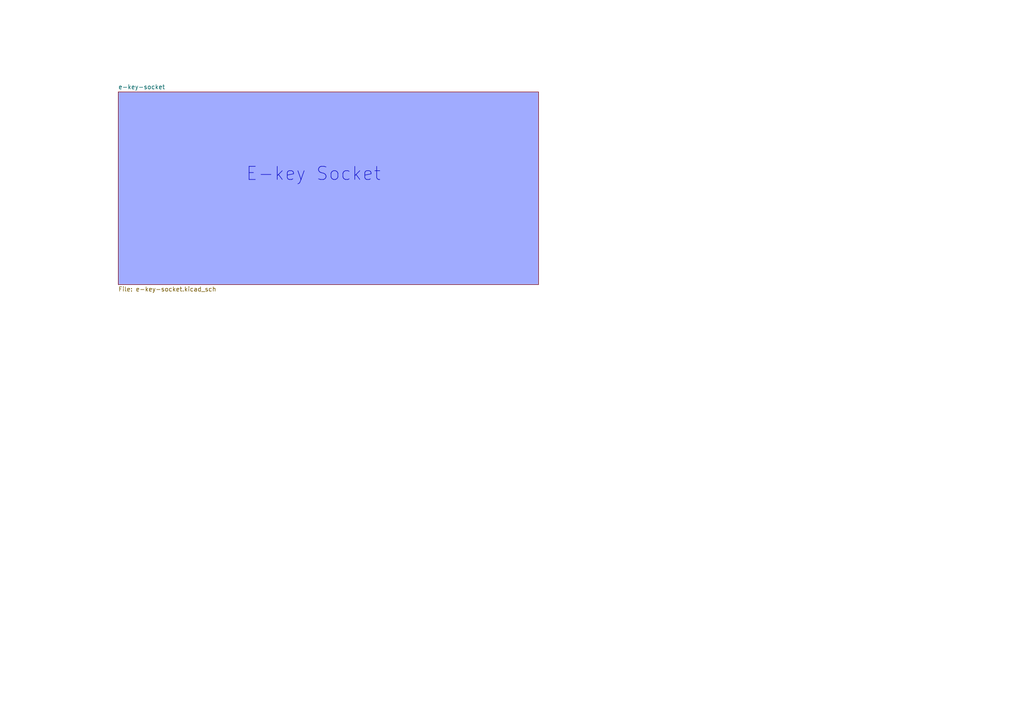
<source format=kicad_sch>
(kicad_sch
	(version 20231120)
	(generator "eeschema")
	(generator_version "8.0")
	(uuid "c124244a-3c1c-475d-932f-950445d8391e")
	(paper "A4")
	(title_block
		(title "E-Key-Socket")
		(date "18 Nove 2024")
		(rev "2")
		(company "Abstract Machines")
		(comment 1 "Drawn By: Jeff Mboya")
		(comment 2 "Approved By: Rodney Osodo")
	)
	(lib_symbols)
	(text "E-key Socket"
		(exclude_from_sim no)
		(at 90.932 50.546 0)
		(effects
			(font
				(size 3.81 3.81)
			)
		)
		(uuid "0b8a833c-f4a8-46ff-ab1d-43aca1a65033")
	)
	(sheet
		(at 34.29 26.67)
		(size 121.92 55.88)
		(fields_autoplaced yes)
		(stroke
			(width 0.1524)
			(type solid)
		)
		(fill
			(color 160 171 255 1.0000)
		)
		(uuid "10804591-8ca0-4971-bd60-3851aa5ed597")
		(property "Sheetname" "e-key-socket"
			(at 34.29 25.9584 0)
			(effects
				(font
					(size 1.27 1.27)
				)
				(justify left bottom)
			)
		)
		(property "Sheetfile" "e-key-socket.kicad_sch"
			(at 34.29 83.1346 0)
			(effects
				(font
					(size 1.27 1.27)
				)
				(justify left top)
			)
		)
		(instances
			(project "e-key-slot"
				(path "/c124244a-3c1c-475d-932f-950445d8391e"
					(page "2")
				)
			)
		)
	)
	(sheet_instances
		(path "/"
			(page "1")
		)
	)
)

</source>
